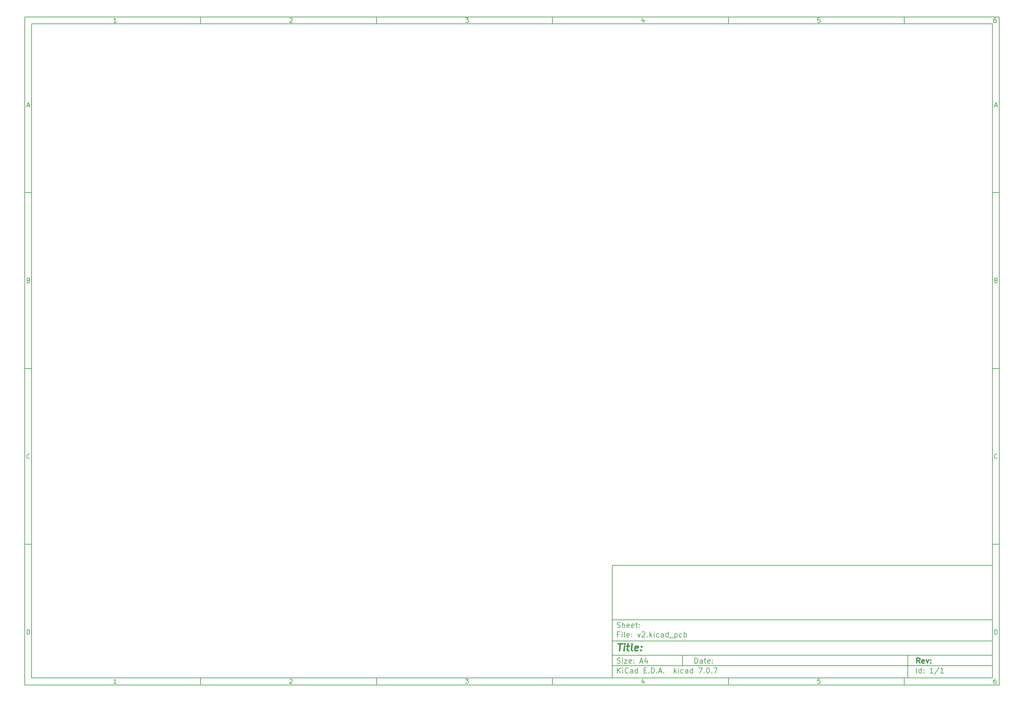
<source format=gbp>
%TF.GenerationSoftware,KiCad,Pcbnew,7.0.7*%
%TF.CreationDate,2024-09-06T13:37:17+03:00*%
%TF.ProjectId,v2,76322e6b-6963-4616-945f-706362585858,rev?*%
%TF.SameCoordinates,Original*%
%TF.FileFunction,Paste,Bot*%
%TF.FilePolarity,Positive*%
%FSLAX46Y46*%
G04 Gerber Fmt 4.6, Leading zero omitted, Abs format (unit mm)*
G04 Created by KiCad (PCBNEW 7.0.7) date 2024-09-06 13:37:17*
%MOMM*%
%LPD*%
G01*
G04 APERTURE LIST*
%ADD10C,0.100000*%
%ADD11C,0.150000*%
%ADD12C,0.300000*%
%ADD13C,0.400000*%
G04 APERTURE END LIST*
D10*
D11*
X177002200Y-166007200D02*
X285002200Y-166007200D01*
X285002200Y-198007200D01*
X177002200Y-198007200D01*
X177002200Y-166007200D01*
D10*
D11*
X10000000Y-10000000D02*
X287002200Y-10000000D01*
X287002200Y-200007200D01*
X10000000Y-200007200D01*
X10000000Y-10000000D01*
D10*
D11*
X12000000Y-12000000D02*
X285002200Y-12000000D01*
X285002200Y-198007200D01*
X12000000Y-198007200D01*
X12000000Y-12000000D01*
D10*
D11*
X60000000Y-12000000D02*
X60000000Y-10000000D01*
D10*
D11*
X110000000Y-12000000D02*
X110000000Y-10000000D01*
D10*
D11*
X160000000Y-12000000D02*
X160000000Y-10000000D01*
D10*
D11*
X210000000Y-12000000D02*
X210000000Y-10000000D01*
D10*
D11*
X260000000Y-12000000D02*
X260000000Y-10000000D01*
D10*
D11*
X36089160Y-11593604D02*
X35346303Y-11593604D01*
X35717731Y-11593604D02*
X35717731Y-10293604D01*
X35717731Y-10293604D02*
X35593922Y-10479319D01*
X35593922Y-10479319D02*
X35470112Y-10603128D01*
X35470112Y-10603128D02*
X35346303Y-10665033D01*
D10*
D11*
X85346303Y-10417414D02*
X85408207Y-10355509D01*
X85408207Y-10355509D02*
X85532017Y-10293604D01*
X85532017Y-10293604D02*
X85841541Y-10293604D01*
X85841541Y-10293604D02*
X85965350Y-10355509D01*
X85965350Y-10355509D02*
X86027255Y-10417414D01*
X86027255Y-10417414D02*
X86089160Y-10541223D01*
X86089160Y-10541223D02*
X86089160Y-10665033D01*
X86089160Y-10665033D02*
X86027255Y-10850747D01*
X86027255Y-10850747D02*
X85284398Y-11593604D01*
X85284398Y-11593604D02*
X86089160Y-11593604D01*
D10*
D11*
X135284398Y-10293604D02*
X136089160Y-10293604D01*
X136089160Y-10293604D02*
X135655826Y-10788842D01*
X135655826Y-10788842D02*
X135841541Y-10788842D01*
X135841541Y-10788842D02*
X135965350Y-10850747D01*
X135965350Y-10850747D02*
X136027255Y-10912652D01*
X136027255Y-10912652D02*
X136089160Y-11036461D01*
X136089160Y-11036461D02*
X136089160Y-11345985D01*
X136089160Y-11345985D02*
X136027255Y-11469795D01*
X136027255Y-11469795D02*
X135965350Y-11531700D01*
X135965350Y-11531700D02*
X135841541Y-11593604D01*
X135841541Y-11593604D02*
X135470112Y-11593604D01*
X135470112Y-11593604D02*
X135346303Y-11531700D01*
X135346303Y-11531700D02*
X135284398Y-11469795D01*
D10*
D11*
X185965350Y-10726938D02*
X185965350Y-11593604D01*
X185655826Y-10231700D02*
X185346303Y-11160271D01*
X185346303Y-11160271D02*
X186151064Y-11160271D01*
D10*
D11*
X236027255Y-10293604D02*
X235408207Y-10293604D01*
X235408207Y-10293604D02*
X235346303Y-10912652D01*
X235346303Y-10912652D02*
X235408207Y-10850747D01*
X235408207Y-10850747D02*
X235532017Y-10788842D01*
X235532017Y-10788842D02*
X235841541Y-10788842D01*
X235841541Y-10788842D02*
X235965350Y-10850747D01*
X235965350Y-10850747D02*
X236027255Y-10912652D01*
X236027255Y-10912652D02*
X236089160Y-11036461D01*
X236089160Y-11036461D02*
X236089160Y-11345985D01*
X236089160Y-11345985D02*
X236027255Y-11469795D01*
X236027255Y-11469795D02*
X235965350Y-11531700D01*
X235965350Y-11531700D02*
X235841541Y-11593604D01*
X235841541Y-11593604D02*
X235532017Y-11593604D01*
X235532017Y-11593604D02*
X235408207Y-11531700D01*
X235408207Y-11531700D02*
X235346303Y-11469795D01*
D10*
D11*
X285965350Y-10293604D02*
X285717731Y-10293604D01*
X285717731Y-10293604D02*
X285593922Y-10355509D01*
X285593922Y-10355509D02*
X285532017Y-10417414D01*
X285532017Y-10417414D02*
X285408207Y-10603128D01*
X285408207Y-10603128D02*
X285346303Y-10850747D01*
X285346303Y-10850747D02*
X285346303Y-11345985D01*
X285346303Y-11345985D02*
X285408207Y-11469795D01*
X285408207Y-11469795D02*
X285470112Y-11531700D01*
X285470112Y-11531700D02*
X285593922Y-11593604D01*
X285593922Y-11593604D02*
X285841541Y-11593604D01*
X285841541Y-11593604D02*
X285965350Y-11531700D01*
X285965350Y-11531700D02*
X286027255Y-11469795D01*
X286027255Y-11469795D02*
X286089160Y-11345985D01*
X286089160Y-11345985D02*
X286089160Y-11036461D01*
X286089160Y-11036461D02*
X286027255Y-10912652D01*
X286027255Y-10912652D02*
X285965350Y-10850747D01*
X285965350Y-10850747D02*
X285841541Y-10788842D01*
X285841541Y-10788842D02*
X285593922Y-10788842D01*
X285593922Y-10788842D02*
X285470112Y-10850747D01*
X285470112Y-10850747D02*
X285408207Y-10912652D01*
X285408207Y-10912652D02*
X285346303Y-11036461D01*
D10*
D11*
X60000000Y-198007200D02*
X60000000Y-200007200D01*
D10*
D11*
X110000000Y-198007200D02*
X110000000Y-200007200D01*
D10*
D11*
X160000000Y-198007200D02*
X160000000Y-200007200D01*
D10*
D11*
X210000000Y-198007200D02*
X210000000Y-200007200D01*
D10*
D11*
X260000000Y-198007200D02*
X260000000Y-200007200D01*
D10*
D11*
X36089160Y-199600804D02*
X35346303Y-199600804D01*
X35717731Y-199600804D02*
X35717731Y-198300804D01*
X35717731Y-198300804D02*
X35593922Y-198486519D01*
X35593922Y-198486519D02*
X35470112Y-198610328D01*
X35470112Y-198610328D02*
X35346303Y-198672233D01*
D10*
D11*
X85346303Y-198424614D02*
X85408207Y-198362709D01*
X85408207Y-198362709D02*
X85532017Y-198300804D01*
X85532017Y-198300804D02*
X85841541Y-198300804D01*
X85841541Y-198300804D02*
X85965350Y-198362709D01*
X85965350Y-198362709D02*
X86027255Y-198424614D01*
X86027255Y-198424614D02*
X86089160Y-198548423D01*
X86089160Y-198548423D02*
X86089160Y-198672233D01*
X86089160Y-198672233D02*
X86027255Y-198857947D01*
X86027255Y-198857947D02*
X85284398Y-199600804D01*
X85284398Y-199600804D02*
X86089160Y-199600804D01*
D10*
D11*
X135284398Y-198300804D02*
X136089160Y-198300804D01*
X136089160Y-198300804D02*
X135655826Y-198796042D01*
X135655826Y-198796042D02*
X135841541Y-198796042D01*
X135841541Y-198796042D02*
X135965350Y-198857947D01*
X135965350Y-198857947D02*
X136027255Y-198919852D01*
X136027255Y-198919852D02*
X136089160Y-199043661D01*
X136089160Y-199043661D02*
X136089160Y-199353185D01*
X136089160Y-199353185D02*
X136027255Y-199476995D01*
X136027255Y-199476995D02*
X135965350Y-199538900D01*
X135965350Y-199538900D02*
X135841541Y-199600804D01*
X135841541Y-199600804D02*
X135470112Y-199600804D01*
X135470112Y-199600804D02*
X135346303Y-199538900D01*
X135346303Y-199538900D02*
X135284398Y-199476995D01*
D10*
D11*
X185965350Y-198734138D02*
X185965350Y-199600804D01*
X185655826Y-198238900D02*
X185346303Y-199167471D01*
X185346303Y-199167471D02*
X186151064Y-199167471D01*
D10*
D11*
X236027255Y-198300804D02*
X235408207Y-198300804D01*
X235408207Y-198300804D02*
X235346303Y-198919852D01*
X235346303Y-198919852D02*
X235408207Y-198857947D01*
X235408207Y-198857947D02*
X235532017Y-198796042D01*
X235532017Y-198796042D02*
X235841541Y-198796042D01*
X235841541Y-198796042D02*
X235965350Y-198857947D01*
X235965350Y-198857947D02*
X236027255Y-198919852D01*
X236027255Y-198919852D02*
X236089160Y-199043661D01*
X236089160Y-199043661D02*
X236089160Y-199353185D01*
X236089160Y-199353185D02*
X236027255Y-199476995D01*
X236027255Y-199476995D02*
X235965350Y-199538900D01*
X235965350Y-199538900D02*
X235841541Y-199600804D01*
X235841541Y-199600804D02*
X235532017Y-199600804D01*
X235532017Y-199600804D02*
X235408207Y-199538900D01*
X235408207Y-199538900D02*
X235346303Y-199476995D01*
D10*
D11*
X285965350Y-198300804D02*
X285717731Y-198300804D01*
X285717731Y-198300804D02*
X285593922Y-198362709D01*
X285593922Y-198362709D02*
X285532017Y-198424614D01*
X285532017Y-198424614D02*
X285408207Y-198610328D01*
X285408207Y-198610328D02*
X285346303Y-198857947D01*
X285346303Y-198857947D02*
X285346303Y-199353185D01*
X285346303Y-199353185D02*
X285408207Y-199476995D01*
X285408207Y-199476995D02*
X285470112Y-199538900D01*
X285470112Y-199538900D02*
X285593922Y-199600804D01*
X285593922Y-199600804D02*
X285841541Y-199600804D01*
X285841541Y-199600804D02*
X285965350Y-199538900D01*
X285965350Y-199538900D02*
X286027255Y-199476995D01*
X286027255Y-199476995D02*
X286089160Y-199353185D01*
X286089160Y-199353185D02*
X286089160Y-199043661D01*
X286089160Y-199043661D02*
X286027255Y-198919852D01*
X286027255Y-198919852D02*
X285965350Y-198857947D01*
X285965350Y-198857947D02*
X285841541Y-198796042D01*
X285841541Y-198796042D02*
X285593922Y-198796042D01*
X285593922Y-198796042D02*
X285470112Y-198857947D01*
X285470112Y-198857947D02*
X285408207Y-198919852D01*
X285408207Y-198919852D02*
X285346303Y-199043661D01*
D10*
D11*
X10000000Y-60000000D02*
X12000000Y-60000000D01*
D10*
D11*
X10000000Y-110000000D02*
X12000000Y-110000000D01*
D10*
D11*
X10000000Y-160000000D02*
X12000000Y-160000000D01*
D10*
D11*
X10690476Y-35222176D02*
X11309523Y-35222176D01*
X10566666Y-35593604D02*
X10999999Y-34293604D01*
X10999999Y-34293604D02*
X11433333Y-35593604D01*
D10*
D11*
X11092857Y-84912652D02*
X11278571Y-84974557D01*
X11278571Y-84974557D02*
X11340476Y-85036461D01*
X11340476Y-85036461D02*
X11402380Y-85160271D01*
X11402380Y-85160271D02*
X11402380Y-85345985D01*
X11402380Y-85345985D02*
X11340476Y-85469795D01*
X11340476Y-85469795D02*
X11278571Y-85531700D01*
X11278571Y-85531700D02*
X11154761Y-85593604D01*
X11154761Y-85593604D02*
X10659523Y-85593604D01*
X10659523Y-85593604D02*
X10659523Y-84293604D01*
X10659523Y-84293604D02*
X11092857Y-84293604D01*
X11092857Y-84293604D02*
X11216666Y-84355509D01*
X11216666Y-84355509D02*
X11278571Y-84417414D01*
X11278571Y-84417414D02*
X11340476Y-84541223D01*
X11340476Y-84541223D02*
X11340476Y-84665033D01*
X11340476Y-84665033D02*
X11278571Y-84788842D01*
X11278571Y-84788842D02*
X11216666Y-84850747D01*
X11216666Y-84850747D02*
X11092857Y-84912652D01*
X11092857Y-84912652D02*
X10659523Y-84912652D01*
D10*
D11*
X11402380Y-135469795D02*
X11340476Y-135531700D01*
X11340476Y-135531700D02*
X11154761Y-135593604D01*
X11154761Y-135593604D02*
X11030952Y-135593604D01*
X11030952Y-135593604D02*
X10845238Y-135531700D01*
X10845238Y-135531700D02*
X10721428Y-135407890D01*
X10721428Y-135407890D02*
X10659523Y-135284080D01*
X10659523Y-135284080D02*
X10597619Y-135036461D01*
X10597619Y-135036461D02*
X10597619Y-134850747D01*
X10597619Y-134850747D02*
X10659523Y-134603128D01*
X10659523Y-134603128D02*
X10721428Y-134479319D01*
X10721428Y-134479319D02*
X10845238Y-134355509D01*
X10845238Y-134355509D02*
X11030952Y-134293604D01*
X11030952Y-134293604D02*
X11154761Y-134293604D01*
X11154761Y-134293604D02*
X11340476Y-134355509D01*
X11340476Y-134355509D02*
X11402380Y-134417414D01*
D10*
D11*
X10659523Y-185593604D02*
X10659523Y-184293604D01*
X10659523Y-184293604D02*
X10969047Y-184293604D01*
X10969047Y-184293604D02*
X11154761Y-184355509D01*
X11154761Y-184355509D02*
X11278571Y-184479319D01*
X11278571Y-184479319D02*
X11340476Y-184603128D01*
X11340476Y-184603128D02*
X11402380Y-184850747D01*
X11402380Y-184850747D02*
X11402380Y-185036461D01*
X11402380Y-185036461D02*
X11340476Y-185284080D01*
X11340476Y-185284080D02*
X11278571Y-185407890D01*
X11278571Y-185407890D02*
X11154761Y-185531700D01*
X11154761Y-185531700D02*
X10969047Y-185593604D01*
X10969047Y-185593604D02*
X10659523Y-185593604D01*
D10*
D11*
X287002200Y-60000000D02*
X285002200Y-60000000D01*
D10*
D11*
X287002200Y-110000000D02*
X285002200Y-110000000D01*
D10*
D11*
X287002200Y-160000000D02*
X285002200Y-160000000D01*
D10*
D11*
X285692676Y-35222176D02*
X286311723Y-35222176D01*
X285568866Y-35593604D02*
X286002199Y-34293604D01*
X286002199Y-34293604D02*
X286435533Y-35593604D01*
D10*
D11*
X286095057Y-84912652D02*
X286280771Y-84974557D01*
X286280771Y-84974557D02*
X286342676Y-85036461D01*
X286342676Y-85036461D02*
X286404580Y-85160271D01*
X286404580Y-85160271D02*
X286404580Y-85345985D01*
X286404580Y-85345985D02*
X286342676Y-85469795D01*
X286342676Y-85469795D02*
X286280771Y-85531700D01*
X286280771Y-85531700D02*
X286156961Y-85593604D01*
X286156961Y-85593604D02*
X285661723Y-85593604D01*
X285661723Y-85593604D02*
X285661723Y-84293604D01*
X285661723Y-84293604D02*
X286095057Y-84293604D01*
X286095057Y-84293604D02*
X286218866Y-84355509D01*
X286218866Y-84355509D02*
X286280771Y-84417414D01*
X286280771Y-84417414D02*
X286342676Y-84541223D01*
X286342676Y-84541223D02*
X286342676Y-84665033D01*
X286342676Y-84665033D02*
X286280771Y-84788842D01*
X286280771Y-84788842D02*
X286218866Y-84850747D01*
X286218866Y-84850747D02*
X286095057Y-84912652D01*
X286095057Y-84912652D02*
X285661723Y-84912652D01*
D10*
D11*
X286404580Y-135469795D02*
X286342676Y-135531700D01*
X286342676Y-135531700D02*
X286156961Y-135593604D01*
X286156961Y-135593604D02*
X286033152Y-135593604D01*
X286033152Y-135593604D02*
X285847438Y-135531700D01*
X285847438Y-135531700D02*
X285723628Y-135407890D01*
X285723628Y-135407890D02*
X285661723Y-135284080D01*
X285661723Y-135284080D02*
X285599819Y-135036461D01*
X285599819Y-135036461D02*
X285599819Y-134850747D01*
X285599819Y-134850747D02*
X285661723Y-134603128D01*
X285661723Y-134603128D02*
X285723628Y-134479319D01*
X285723628Y-134479319D02*
X285847438Y-134355509D01*
X285847438Y-134355509D02*
X286033152Y-134293604D01*
X286033152Y-134293604D02*
X286156961Y-134293604D01*
X286156961Y-134293604D02*
X286342676Y-134355509D01*
X286342676Y-134355509D02*
X286404580Y-134417414D01*
D10*
D11*
X285661723Y-185593604D02*
X285661723Y-184293604D01*
X285661723Y-184293604D02*
X285971247Y-184293604D01*
X285971247Y-184293604D02*
X286156961Y-184355509D01*
X286156961Y-184355509D02*
X286280771Y-184479319D01*
X286280771Y-184479319D02*
X286342676Y-184603128D01*
X286342676Y-184603128D02*
X286404580Y-184850747D01*
X286404580Y-184850747D02*
X286404580Y-185036461D01*
X286404580Y-185036461D02*
X286342676Y-185284080D01*
X286342676Y-185284080D02*
X286280771Y-185407890D01*
X286280771Y-185407890D02*
X286156961Y-185531700D01*
X286156961Y-185531700D02*
X285971247Y-185593604D01*
X285971247Y-185593604D02*
X285661723Y-185593604D01*
D10*
D11*
X200458026Y-193793328D02*
X200458026Y-192293328D01*
X200458026Y-192293328D02*
X200815169Y-192293328D01*
X200815169Y-192293328D02*
X201029455Y-192364757D01*
X201029455Y-192364757D02*
X201172312Y-192507614D01*
X201172312Y-192507614D02*
X201243741Y-192650471D01*
X201243741Y-192650471D02*
X201315169Y-192936185D01*
X201315169Y-192936185D02*
X201315169Y-193150471D01*
X201315169Y-193150471D02*
X201243741Y-193436185D01*
X201243741Y-193436185D02*
X201172312Y-193579042D01*
X201172312Y-193579042D02*
X201029455Y-193721900D01*
X201029455Y-193721900D02*
X200815169Y-193793328D01*
X200815169Y-193793328D02*
X200458026Y-193793328D01*
X202600884Y-193793328D02*
X202600884Y-193007614D01*
X202600884Y-193007614D02*
X202529455Y-192864757D01*
X202529455Y-192864757D02*
X202386598Y-192793328D01*
X202386598Y-192793328D02*
X202100884Y-192793328D01*
X202100884Y-192793328D02*
X201958026Y-192864757D01*
X202600884Y-193721900D02*
X202458026Y-193793328D01*
X202458026Y-193793328D02*
X202100884Y-193793328D01*
X202100884Y-193793328D02*
X201958026Y-193721900D01*
X201958026Y-193721900D02*
X201886598Y-193579042D01*
X201886598Y-193579042D02*
X201886598Y-193436185D01*
X201886598Y-193436185D02*
X201958026Y-193293328D01*
X201958026Y-193293328D02*
X202100884Y-193221900D01*
X202100884Y-193221900D02*
X202458026Y-193221900D01*
X202458026Y-193221900D02*
X202600884Y-193150471D01*
X203100884Y-192793328D02*
X203672312Y-192793328D01*
X203315169Y-192293328D02*
X203315169Y-193579042D01*
X203315169Y-193579042D02*
X203386598Y-193721900D01*
X203386598Y-193721900D02*
X203529455Y-193793328D01*
X203529455Y-193793328D02*
X203672312Y-193793328D01*
X204743741Y-193721900D02*
X204600884Y-193793328D01*
X204600884Y-193793328D02*
X204315170Y-193793328D01*
X204315170Y-193793328D02*
X204172312Y-193721900D01*
X204172312Y-193721900D02*
X204100884Y-193579042D01*
X204100884Y-193579042D02*
X204100884Y-193007614D01*
X204100884Y-193007614D02*
X204172312Y-192864757D01*
X204172312Y-192864757D02*
X204315170Y-192793328D01*
X204315170Y-192793328D02*
X204600884Y-192793328D01*
X204600884Y-192793328D02*
X204743741Y-192864757D01*
X204743741Y-192864757D02*
X204815170Y-193007614D01*
X204815170Y-193007614D02*
X204815170Y-193150471D01*
X204815170Y-193150471D02*
X204100884Y-193293328D01*
X205458026Y-193650471D02*
X205529455Y-193721900D01*
X205529455Y-193721900D02*
X205458026Y-193793328D01*
X205458026Y-193793328D02*
X205386598Y-193721900D01*
X205386598Y-193721900D02*
X205458026Y-193650471D01*
X205458026Y-193650471D02*
X205458026Y-193793328D01*
X205458026Y-192864757D02*
X205529455Y-192936185D01*
X205529455Y-192936185D02*
X205458026Y-193007614D01*
X205458026Y-193007614D02*
X205386598Y-192936185D01*
X205386598Y-192936185D02*
X205458026Y-192864757D01*
X205458026Y-192864757D02*
X205458026Y-193007614D01*
D10*
D11*
X177002200Y-194507200D02*
X285002200Y-194507200D01*
D10*
D11*
X178458026Y-196593328D02*
X178458026Y-195093328D01*
X179315169Y-196593328D02*
X178672312Y-195736185D01*
X179315169Y-195093328D02*
X178458026Y-195950471D01*
X179958026Y-196593328D02*
X179958026Y-195593328D01*
X179958026Y-195093328D02*
X179886598Y-195164757D01*
X179886598Y-195164757D02*
X179958026Y-195236185D01*
X179958026Y-195236185D02*
X180029455Y-195164757D01*
X180029455Y-195164757D02*
X179958026Y-195093328D01*
X179958026Y-195093328D02*
X179958026Y-195236185D01*
X181529455Y-196450471D02*
X181458027Y-196521900D01*
X181458027Y-196521900D02*
X181243741Y-196593328D01*
X181243741Y-196593328D02*
X181100884Y-196593328D01*
X181100884Y-196593328D02*
X180886598Y-196521900D01*
X180886598Y-196521900D02*
X180743741Y-196379042D01*
X180743741Y-196379042D02*
X180672312Y-196236185D01*
X180672312Y-196236185D02*
X180600884Y-195950471D01*
X180600884Y-195950471D02*
X180600884Y-195736185D01*
X180600884Y-195736185D02*
X180672312Y-195450471D01*
X180672312Y-195450471D02*
X180743741Y-195307614D01*
X180743741Y-195307614D02*
X180886598Y-195164757D01*
X180886598Y-195164757D02*
X181100884Y-195093328D01*
X181100884Y-195093328D02*
X181243741Y-195093328D01*
X181243741Y-195093328D02*
X181458027Y-195164757D01*
X181458027Y-195164757D02*
X181529455Y-195236185D01*
X182815170Y-196593328D02*
X182815170Y-195807614D01*
X182815170Y-195807614D02*
X182743741Y-195664757D01*
X182743741Y-195664757D02*
X182600884Y-195593328D01*
X182600884Y-195593328D02*
X182315170Y-195593328D01*
X182315170Y-195593328D02*
X182172312Y-195664757D01*
X182815170Y-196521900D02*
X182672312Y-196593328D01*
X182672312Y-196593328D02*
X182315170Y-196593328D01*
X182315170Y-196593328D02*
X182172312Y-196521900D01*
X182172312Y-196521900D02*
X182100884Y-196379042D01*
X182100884Y-196379042D02*
X182100884Y-196236185D01*
X182100884Y-196236185D02*
X182172312Y-196093328D01*
X182172312Y-196093328D02*
X182315170Y-196021900D01*
X182315170Y-196021900D02*
X182672312Y-196021900D01*
X182672312Y-196021900D02*
X182815170Y-195950471D01*
X184172313Y-196593328D02*
X184172313Y-195093328D01*
X184172313Y-196521900D02*
X184029455Y-196593328D01*
X184029455Y-196593328D02*
X183743741Y-196593328D01*
X183743741Y-196593328D02*
X183600884Y-196521900D01*
X183600884Y-196521900D02*
X183529455Y-196450471D01*
X183529455Y-196450471D02*
X183458027Y-196307614D01*
X183458027Y-196307614D02*
X183458027Y-195879042D01*
X183458027Y-195879042D02*
X183529455Y-195736185D01*
X183529455Y-195736185D02*
X183600884Y-195664757D01*
X183600884Y-195664757D02*
X183743741Y-195593328D01*
X183743741Y-195593328D02*
X184029455Y-195593328D01*
X184029455Y-195593328D02*
X184172313Y-195664757D01*
X186029455Y-195807614D02*
X186529455Y-195807614D01*
X186743741Y-196593328D02*
X186029455Y-196593328D01*
X186029455Y-196593328D02*
X186029455Y-195093328D01*
X186029455Y-195093328D02*
X186743741Y-195093328D01*
X187386598Y-196450471D02*
X187458027Y-196521900D01*
X187458027Y-196521900D02*
X187386598Y-196593328D01*
X187386598Y-196593328D02*
X187315170Y-196521900D01*
X187315170Y-196521900D02*
X187386598Y-196450471D01*
X187386598Y-196450471D02*
X187386598Y-196593328D01*
X188100884Y-196593328D02*
X188100884Y-195093328D01*
X188100884Y-195093328D02*
X188458027Y-195093328D01*
X188458027Y-195093328D02*
X188672313Y-195164757D01*
X188672313Y-195164757D02*
X188815170Y-195307614D01*
X188815170Y-195307614D02*
X188886599Y-195450471D01*
X188886599Y-195450471D02*
X188958027Y-195736185D01*
X188958027Y-195736185D02*
X188958027Y-195950471D01*
X188958027Y-195950471D02*
X188886599Y-196236185D01*
X188886599Y-196236185D02*
X188815170Y-196379042D01*
X188815170Y-196379042D02*
X188672313Y-196521900D01*
X188672313Y-196521900D02*
X188458027Y-196593328D01*
X188458027Y-196593328D02*
X188100884Y-196593328D01*
X189600884Y-196450471D02*
X189672313Y-196521900D01*
X189672313Y-196521900D02*
X189600884Y-196593328D01*
X189600884Y-196593328D02*
X189529456Y-196521900D01*
X189529456Y-196521900D02*
X189600884Y-196450471D01*
X189600884Y-196450471D02*
X189600884Y-196593328D01*
X190243742Y-196164757D02*
X190958028Y-196164757D01*
X190100885Y-196593328D02*
X190600885Y-195093328D01*
X190600885Y-195093328D02*
X191100885Y-196593328D01*
X191600884Y-196450471D02*
X191672313Y-196521900D01*
X191672313Y-196521900D02*
X191600884Y-196593328D01*
X191600884Y-196593328D02*
X191529456Y-196521900D01*
X191529456Y-196521900D02*
X191600884Y-196450471D01*
X191600884Y-196450471D02*
X191600884Y-196593328D01*
X194600884Y-196593328D02*
X194600884Y-195093328D01*
X194743742Y-196021900D02*
X195172313Y-196593328D01*
X195172313Y-195593328D02*
X194600884Y-196164757D01*
X195815170Y-196593328D02*
X195815170Y-195593328D01*
X195815170Y-195093328D02*
X195743742Y-195164757D01*
X195743742Y-195164757D02*
X195815170Y-195236185D01*
X195815170Y-195236185D02*
X195886599Y-195164757D01*
X195886599Y-195164757D02*
X195815170Y-195093328D01*
X195815170Y-195093328D02*
X195815170Y-195236185D01*
X197172314Y-196521900D02*
X197029456Y-196593328D01*
X197029456Y-196593328D02*
X196743742Y-196593328D01*
X196743742Y-196593328D02*
X196600885Y-196521900D01*
X196600885Y-196521900D02*
X196529456Y-196450471D01*
X196529456Y-196450471D02*
X196458028Y-196307614D01*
X196458028Y-196307614D02*
X196458028Y-195879042D01*
X196458028Y-195879042D02*
X196529456Y-195736185D01*
X196529456Y-195736185D02*
X196600885Y-195664757D01*
X196600885Y-195664757D02*
X196743742Y-195593328D01*
X196743742Y-195593328D02*
X197029456Y-195593328D01*
X197029456Y-195593328D02*
X197172314Y-195664757D01*
X198458028Y-196593328D02*
X198458028Y-195807614D01*
X198458028Y-195807614D02*
X198386599Y-195664757D01*
X198386599Y-195664757D02*
X198243742Y-195593328D01*
X198243742Y-195593328D02*
X197958028Y-195593328D01*
X197958028Y-195593328D02*
X197815170Y-195664757D01*
X198458028Y-196521900D02*
X198315170Y-196593328D01*
X198315170Y-196593328D02*
X197958028Y-196593328D01*
X197958028Y-196593328D02*
X197815170Y-196521900D01*
X197815170Y-196521900D02*
X197743742Y-196379042D01*
X197743742Y-196379042D02*
X197743742Y-196236185D01*
X197743742Y-196236185D02*
X197815170Y-196093328D01*
X197815170Y-196093328D02*
X197958028Y-196021900D01*
X197958028Y-196021900D02*
X198315170Y-196021900D01*
X198315170Y-196021900D02*
X198458028Y-195950471D01*
X199815171Y-196593328D02*
X199815171Y-195093328D01*
X199815171Y-196521900D02*
X199672313Y-196593328D01*
X199672313Y-196593328D02*
X199386599Y-196593328D01*
X199386599Y-196593328D02*
X199243742Y-196521900D01*
X199243742Y-196521900D02*
X199172313Y-196450471D01*
X199172313Y-196450471D02*
X199100885Y-196307614D01*
X199100885Y-196307614D02*
X199100885Y-195879042D01*
X199100885Y-195879042D02*
X199172313Y-195736185D01*
X199172313Y-195736185D02*
X199243742Y-195664757D01*
X199243742Y-195664757D02*
X199386599Y-195593328D01*
X199386599Y-195593328D02*
X199672313Y-195593328D01*
X199672313Y-195593328D02*
X199815171Y-195664757D01*
X201529456Y-195093328D02*
X202529456Y-195093328D01*
X202529456Y-195093328D02*
X201886599Y-196593328D01*
X203100884Y-196450471D02*
X203172313Y-196521900D01*
X203172313Y-196521900D02*
X203100884Y-196593328D01*
X203100884Y-196593328D02*
X203029456Y-196521900D01*
X203029456Y-196521900D02*
X203100884Y-196450471D01*
X203100884Y-196450471D02*
X203100884Y-196593328D01*
X204100885Y-195093328D02*
X204243742Y-195093328D01*
X204243742Y-195093328D02*
X204386599Y-195164757D01*
X204386599Y-195164757D02*
X204458028Y-195236185D01*
X204458028Y-195236185D02*
X204529456Y-195379042D01*
X204529456Y-195379042D02*
X204600885Y-195664757D01*
X204600885Y-195664757D02*
X204600885Y-196021900D01*
X204600885Y-196021900D02*
X204529456Y-196307614D01*
X204529456Y-196307614D02*
X204458028Y-196450471D01*
X204458028Y-196450471D02*
X204386599Y-196521900D01*
X204386599Y-196521900D02*
X204243742Y-196593328D01*
X204243742Y-196593328D02*
X204100885Y-196593328D01*
X204100885Y-196593328D02*
X203958028Y-196521900D01*
X203958028Y-196521900D02*
X203886599Y-196450471D01*
X203886599Y-196450471D02*
X203815170Y-196307614D01*
X203815170Y-196307614D02*
X203743742Y-196021900D01*
X203743742Y-196021900D02*
X203743742Y-195664757D01*
X203743742Y-195664757D02*
X203815170Y-195379042D01*
X203815170Y-195379042D02*
X203886599Y-195236185D01*
X203886599Y-195236185D02*
X203958028Y-195164757D01*
X203958028Y-195164757D02*
X204100885Y-195093328D01*
X205243741Y-196450471D02*
X205315170Y-196521900D01*
X205315170Y-196521900D02*
X205243741Y-196593328D01*
X205243741Y-196593328D02*
X205172313Y-196521900D01*
X205172313Y-196521900D02*
X205243741Y-196450471D01*
X205243741Y-196450471D02*
X205243741Y-196593328D01*
X205815170Y-195093328D02*
X206815170Y-195093328D01*
X206815170Y-195093328D02*
X206172313Y-196593328D01*
D10*
D11*
X177002200Y-191507200D02*
X285002200Y-191507200D01*
D10*
D12*
X264413853Y-193785528D02*
X263913853Y-193071242D01*
X263556710Y-193785528D02*
X263556710Y-192285528D01*
X263556710Y-192285528D02*
X264128139Y-192285528D01*
X264128139Y-192285528D02*
X264270996Y-192356957D01*
X264270996Y-192356957D02*
X264342425Y-192428385D01*
X264342425Y-192428385D02*
X264413853Y-192571242D01*
X264413853Y-192571242D02*
X264413853Y-192785528D01*
X264413853Y-192785528D02*
X264342425Y-192928385D01*
X264342425Y-192928385D02*
X264270996Y-192999814D01*
X264270996Y-192999814D02*
X264128139Y-193071242D01*
X264128139Y-193071242D02*
X263556710Y-193071242D01*
X265628139Y-193714100D02*
X265485282Y-193785528D01*
X265485282Y-193785528D02*
X265199568Y-193785528D01*
X265199568Y-193785528D02*
X265056710Y-193714100D01*
X265056710Y-193714100D02*
X264985282Y-193571242D01*
X264985282Y-193571242D02*
X264985282Y-192999814D01*
X264985282Y-192999814D02*
X265056710Y-192856957D01*
X265056710Y-192856957D02*
X265199568Y-192785528D01*
X265199568Y-192785528D02*
X265485282Y-192785528D01*
X265485282Y-192785528D02*
X265628139Y-192856957D01*
X265628139Y-192856957D02*
X265699568Y-192999814D01*
X265699568Y-192999814D02*
X265699568Y-193142671D01*
X265699568Y-193142671D02*
X264985282Y-193285528D01*
X266199567Y-192785528D02*
X266556710Y-193785528D01*
X266556710Y-193785528D02*
X266913853Y-192785528D01*
X267485281Y-193642671D02*
X267556710Y-193714100D01*
X267556710Y-193714100D02*
X267485281Y-193785528D01*
X267485281Y-193785528D02*
X267413853Y-193714100D01*
X267413853Y-193714100D02*
X267485281Y-193642671D01*
X267485281Y-193642671D02*
X267485281Y-193785528D01*
X267485281Y-192856957D02*
X267556710Y-192928385D01*
X267556710Y-192928385D02*
X267485281Y-192999814D01*
X267485281Y-192999814D02*
X267413853Y-192928385D01*
X267413853Y-192928385D02*
X267485281Y-192856957D01*
X267485281Y-192856957D02*
X267485281Y-192999814D01*
D10*
D11*
X178386598Y-193721900D02*
X178600884Y-193793328D01*
X178600884Y-193793328D02*
X178958026Y-193793328D01*
X178958026Y-193793328D02*
X179100884Y-193721900D01*
X179100884Y-193721900D02*
X179172312Y-193650471D01*
X179172312Y-193650471D02*
X179243741Y-193507614D01*
X179243741Y-193507614D02*
X179243741Y-193364757D01*
X179243741Y-193364757D02*
X179172312Y-193221900D01*
X179172312Y-193221900D02*
X179100884Y-193150471D01*
X179100884Y-193150471D02*
X178958026Y-193079042D01*
X178958026Y-193079042D02*
X178672312Y-193007614D01*
X178672312Y-193007614D02*
X178529455Y-192936185D01*
X178529455Y-192936185D02*
X178458026Y-192864757D01*
X178458026Y-192864757D02*
X178386598Y-192721900D01*
X178386598Y-192721900D02*
X178386598Y-192579042D01*
X178386598Y-192579042D02*
X178458026Y-192436185D01*
X178458026Y-192436185D02*
X178529455Y-192364757D01*
X178529455Y-192364757D02*
X178672312Y-192293328D01*
X178672312Y-192293328D02*
X179029455Y-192293328D01*
X179029455Y-192293328D02*
X179243741Y-192364757D01*
X179886597Y-193793328D02*
X179886597Y-192793328D01*
X179886597Y-192293328D02*
X179815169Y-192364757D01*
X179815169Y-192364757D02*
X179886597Y-192436185D01*
X179886597Y-192436185D02*
X179958026Y-192364757D01*
X179958026Y-192364757D02*
X179886597Y-192293328D01*
X179886597Y-192293328D02*
X179886597Y-192436185D01*
X180458026Y-192793328D02*
X181243741Y-192793328D01*
X181243741Y-192793328D02*
X180458026Y-193793328D01*
X180458026Y-193793328D02*
X181243741Y-193793328D01*
X182386598Y-193721900D02*
X182243741Y-193793328D01*
X182243741Y-193793328D02*
X181958027Y-193793328D01*
X181958027Y-193793328D02*
X181815169Y-193721900D01*
X181815169Y-193721900D02*
X181743741Y-193579042D01*
X181743741Y-193579042D02*
X181743741Y-193007614D01*
X181743741Y-193007614D02*
X181815169Y-192864757D01*
X181815169Y-192864757D02*
X181958027Y-192793328D01*
X181958027Y-192793328D02*
X182243741Y-192793328D01*
X182243741Y-192793328D02*
X182386598Y-192864757D01*
X182386598Y-192864757D02*
X182458027Y-193007614D01*
X182458027Y-193007614D02*
X182458027Y-193150471D01*
X182458027Y-193150471D02*
X181743741Y-193293328D01*
X183100883Y-193650471D02*
X183172312Y-193721900D01*
X183172312Y-193721900D02*
X183100883Y-193793328D01*
X183100883Y-193793328D02*
X183029455Y-193721900D01*
X183029455Y-193721900D02*
X183100883Y-193650471D01*
X183100883Y-193650471D02*
X183100883Y-193793328D01*
X183100883Y-192864757D02*
X183172312Y-192936185D01*
X183172312Y-192936185D02*
X183100883Y-193007614D01*
X183100883Y-193007614D02*
X183029455Y-192936185D01*
X183029455Y-192936185D02*
X183100883Y-192864757D01*
X183100883Y-192864757D02*
X183100883Y-193007614D01*
X184886598Y-193364757D02*
X185600884Y-193364757D01*
X184743741Y-193793328D02*
X185243741Y-192293328D01*
X185243741Y-192293328D02*
X185743741Y-193793328D01*
X186886598Y-192793328D02*
X186886598Y-193793328D01*
X186529455Y-192221900D02*
X186172312Y-193293328D01*
X186172312Y-193293328D02*
X187100883Y-193293328D01*
D10*
D11*
X263458026Y-196593328D02*
X263458026Y-195093328D01*
X264815170Y-196593328D02*
X264815170Y-195093328D01*
X264815170Y-196521900D02*
X264672312Y-196593328D01*
X264672312Y-196593328D02*
X264386598Y-196593328D01*
X264386598Y-196593328D02*
X264243741Y-196521900D01*
X264243741Y-196521900D02*
X264172312Y-196450471D01*
X264172312Y-196450471D02*
X264100884Y-196307614D01*
X264100884Y-196307614D02*
X264100884Y-195879042D01*
X264100884Y-195879042D02*
X264172312Y-195736185D01*
X264172312Y-195736185D02*
X264243741Y-195664757D01*
X264243741Y-195664757D02*
X264386598Y-195593328D01*
X264386598Y-195593328D02*
X264672312Y-195593328D01*
X264672312Y-195593328D02*
X264815170Y-195664757D01*
X265529455Y-196450471D02*
X265600884Y-196521900D01*
X265600884Y-196521900D02*
X265529455Y-196593328D01*
X265529455Y-196593328D02*
X265458027Y-196521900D01*
X265458027Y-196521900D02*
X265529455Y-196450471D01*
X265529455Y-196450471D02*
X265529455Y-196593328D01*
X265529455Y-195664757D02*
X265600884Y-195736185D01*
X265600884Y-195736185D02*
X265529455Y-195807614D01*
X265529455Y-195807614D02*
X265458027Y-195736185D01*
X265458027Y-195736185D02*
X265529455Y-195664757D01*
X265529455Y-195664757D02*
X265529455Y-195807614D01*
X268172313Y-196593328D02*
X267315170Y-196593328D01*
X267743741Y-196593328D02*
X267743741Y-195093328D01*
X267743741Y-195093328D02*
X267600884Y-195307614D01*
X267600884Y-195307614D02*
X267458027Y-195450471D01*
X267458027Y-195450471D02*
X267315170Y-195521900D01*
X269886598Y-195021900D02*
X268600884Y-196950471D01*
X271172313Y-196593328D02*
X270315170Y-196593328D01*
X270743741Y-196593328D02*
X270743741Y-195093328D01*
X270743741Y-195093328D02*
X270600884Y-195307614D01*
X270600884Y-195307614D02*
X270458027Y-195450471D01*
X270458027Y-195450471D02*
X270315170Y-195521900D01*
D10*
D11*
X177002200Y-187507200D02*
X285002200Y-187507200D01*
D10*
D13*
X178693928Y-188211638D02*
X179836785Y-188211638D01*
X179015357Y-190211638D02*
X179265357Y-188211638D01*
X180253452Y-190211638D02*
X180420119Y-188878304D01*
X180503452Y-188211638D02*
X180396309Y-188306876D01*
X180396309Y-188306876D02*
X180479643Y-188402114D01*
X180479643Y-188402114D02*
X180586786Y-188306876D01*
X180586786Y-188306876D02*
X180503452Y-188211638D01*
X180503452Y-188211638D02*
X180479643Y-188402114D01*
X181086786Y-188878304D02*
X181848690Y-188878304D01*
X181455833Y-188211638D02*
X181241548Y-189925923D01*
X181241548Y-189925923D02*
X181312976Y-190116400D01*
X181312976Y-190116400D02*
X181491548Y-190211638D01*
X181491548Y-190211638D02*
X181682024Y-190211638D01*
X182634405Y-190211638D02*
X182455833Y-190116400D01*
X182455833Y-190116400D02*
X182384405Y-189925923D01*
X182384405Y-189925923D02*
X182598690Y-188211638D01*
X184170119Y-190116400D02*
X183967738Y-190211638D01*
X183967738Y-190211638D02*
X183586785Y-190211638D01*
X183586785Y-190211638D02*
X183408214Y-190116400D01*
X183408214Y-190116400D02*
X183336785Y-189925923D01*
X183336785Y-189925923D02*
X183432024Y-189164019D01*
X183432024Y-189164019D02*
X183551071Y-188973542D01*
X183551071Y-188973542D02*
X183753452Y-188878304D01*
X183753452Y-188878304D02*
X184134404Y-188878304D01*
X184134404Y-188878304D02*
X184312976Y-188973542D01*
X184312976Y-188973542D02*
X184384404Y-189164019D01*
X184384404Y-189164019D02*
X184360595Y-189354495D01*
X184360595Y-189354495D02*
X183384404Y-189544971D01*
X185134405Y-190021161D02*
X185217738Y-190116400D01*
X185217738Y-190116400D02*
X185110595Y-190211638D01*
X185110595Y-190211638D02*
X185027262Y-190116400D01*
X185027262Y-190116400D02*
X185134405Y-190021161D01*
X185134405Y-190021161D02*
X185110595Y-190211638D01*
X185265357Y-188973542D02*
X185348690Y-189068780D01*
X185348690Y-189068780D02*
X185241548Y-189164019D01*
X185241548Y-189164019D02*
X185158214Y-189068780D01*
X185158214Y-189068780D02*
X185265357Y-188973542D01*
X185265357Y-188973542D02*
X185241548Y-189164019D01*
D10*
D11*
X178958026Y-185607614D02*
X178458026Y-185607614D01*
X178458026Y-186393328D02*
X178458026Y-184893328D01*
X178458026Y-184893328D02*
X179172312Y-184893328D01*
X179743740Y-186393328D02*
X179743740Y-185393328D01*
X179743740Y-184893328D02*
X179672312Y-184964757D01*
X179672312Y-184964757D02*
X179743740Y-185036185D01*
X179743740Y-185036185D02*
X179815169Y-184964757D01*
X179815169Y-184964757D02*
X179743740Y-184893328D01*
X179743740Y-184893328D02*
X179743740Y-185036185D01*
X180672312Y-186393328D02*
X180529455Y-186321900D01*
X180529455Y-186321900D02*
X180458026Y-186179042D01*
X180458026Y-186179042D02*
X180458026Y-184893328D01*
X181815169Y-186321900D02*
X181672312Y-186393328D01*
X181672312Y-186393328D02*
X181386598Y-186393328D01*
X181386598Y-186393328D02*
X181243740Y-186321900D01*
X181243740Y-186321900D02*
X181172312Y-186179042D01*
X181172312Y-186179042D02*
X181172312Y-185607614D01*
X181172312Y-185607614D02*
X181243740Y-185464757D01*
X181243740Y-185464757D02*
X181386598Y-185393328D01*
X181386598Y-185393328D02*
X181672312Y-185393328D01*
X181672312Y-185393328D02*
X181815169Y-185464757D01*
X181815169Y-185464757D02*
X181886598Y-185607614D01*
X181886598Y-185607614D02*
X181886598Y-185750471D01*
X181886598Y-185750471D02*
X181172312Y-185893328D01*
X182529454Y-186250471D02*
X182600883Y-186321900D01*
X182600883Y-186321900D02*
X182529454Y-186393328D01*
X182529454Y-186393328D02*
X182458026Y-186321900D01*
X182458026Y-186321900D02*
X182529454Y-186250471D01*
X182529454Y-186250471D02*
X182529454Y-186393328D01*
X182529454Y-185464757D02*
X182600883Y-185536185D01*
X182600883Y-185536185D02*
X182529454Y-185607614D01*
X182529454Y-185607614D02*
X182458026Y-185536185D01*
X182458026Y-185536185D02*
X182529454Y-185464757D01*
X182529454Y-185464757D02*
X182529454Y-185607614D01*
X184243740Y-185393328D02*
X184600883Y-186393328D01*
X184600883Y-186393328D02*
X184958026Y-185393328D01*
X185458026Y-185036185D02*
X185529454Y-184964757D01*
X185529454Y-184964757D02*
X185672312Y-184893328D01*
X185672312Y-184893328D02*
X186029454Y-184893328D01*
X186029454Y-184893328D02*
X186172312Y-184964757D01*
X186172312Y-184964757D02*
X186243740Y-185036185D01*
X186243740Y-185036185D02*
X186315169Y-185179042D01*
X186315169Y-185179042D02*
X186315169Y-185321900D01*
X186315169Y-185321900D02*
X186243740Y-185536185D01*
X186243740Y-185536185D02*
X185386597Y-186393328D01*
X185386597Y-186393328D02*
X186315169Y-186393328D01*
X186958025Y-186250471D02*
X187029454Y-186321900D01*
X187029454Y-186321900D02*
X186958025Y-186393328D01*
X186958025Y-186393328D02*
X186886597Y-186321900D01*
X186886597Y-186321900D02*
X186958025Y-186250471D01*
X186958025Y-186250471D02*
X186958025Y-186393328D01*
X187672311Y-186393328D02*
X187672311Y-184893328D01*
X187815169Y-185821900D02*
X188243740Y-186393328D01*
X188243740Y-185393328D02*
X187672311Y-185964757D01*
X188886597Y-186393328D02*
X188886597Y-185393328D01*
X188886597Y-184893328D02*
X188815169Y-184964757D01*
X188815169Y-184964757D02*
X188886597Y-185036185D01*
X188886597Y-185036185D02*
X188958026Y-184964757D01*
X188958026Y-184964757D02*
X188886597Y-184893328D01*
X188886597Y-184893328D02*
X188886597Y-185036185D01*
X190243741Y-186321900D02*
X190100883Y-186393328D01*
X190100883Y-186393328D02*
X189815169Y-186393328D01*
X189815169Y-186393328D02*
X189672312Y-186321900D01*
X189672312Y-186321900D02*
X189600883Y-186250471D01*
X189600883Y-186250471D02*
X189529455Y-186107614D01*
X189529455Y-186107614D02*
X189529455Y-185679042D01*
X189529455Y-185679042D02*
X189600883Y-185536185D01*
X189600883Y-185536185D02*
X189672312Y-185464757D01*
X189672312Y-185464757D02*
X189815169Y-185393328D01*
X189815169Y-185393328D02*
X190100883Y-185393328D01*
X190100883Y-185393328D02*
X190243741Y-185464757D01*
X191529455Y-186393328D02*
X191529455Y-185607614D01*
X191529455Y-185607614D02*
X191458026Y-185464757D01*
X191458026Y-185464757D02*
X191315169Y-185393328D01*
X191315169Y-185393328D02*
X191029455Y-185393328D01*
X191029455Y-185393328D02*
X190886597Y-185464757D01*
X191529455Y-186321900D02*
X191386597Y-186393328D01*
X191386597Y-186393328D02*
X191029455Y-186393328D01*
X191029455Y-186393328D02*
X190886597Y-186321900D01*
X190886597Y-186321900D02*
X190815169Y-186179042D01*
X190815169Y-186179042D02*
X190815169Y-186036185D01*
X190815169Y-186036185D02*
X190886597Y-185893328D01*
X190886597Y-185893328D02*
X191029455Y-185821900D01*
X191029455Y-185821900D02*
X191386597Y-185821900D01*
X191386597Y-185821900D02*
X191529455Y-185750471D01*
X192886598Y-186393328D02*
X192886598Y-184893328D01*
X192886598Y-186321900D02*
X192743740Y-186393328D01*
X192743740Y-186393328D02*
X192458026Y-186393328D01*
X192458026Y-186393328D02*
X192315169Y-186321900D01*
X192315169Y-186321900D02*
X192243740Y-186250471D01*
X192243740Y-186250471D02*
X192172312Y-186107614D01*
X192172312Y-186107614D02*
X192172312Y-185679042D01*
X192172312Y-185679042D02*
X192243740Y-185536185D01*
X192243740Y-185536185D02*
X192315169Y-185464757D01*
X192315169Y-185464757D02*
X192458026Y-185393328D01*
X192458026Y-185393328D02*
X192743740Y-185393328D01*
X192743740Y-185393328D02*
X192886598Y-185464757D01*
X193243741Y-186536185D02*
X194386598Y-186536185D01*
X194743740Y-185393328D02*
X194743740Y-186893328D01*
X194743740Y-185464757D02*
X194886598Y-185393328D01*
X194886598Y-185393328D02*
X195172312Y-185393328D01*
X195172312Y-185393328D02*
X195315169Y-185464757D01*
X195315169Y-185464757D02*
X195386598Y-185536185D01*
X195386598Y-185536185D02*
X195458026Y-185679042D01*
X195458026Y-185679042D02*
X195458026Y-186107614D01*
X195458026Y-186107614D02*
X195386598Y-186250471D01*
X195386598Y-186250471D02*
X195315169Y-186321900D01*
X195315169Y-186321900D02*
X195172312Y-186393328D01*
X195172312Y-186393328D02*
X194886598Y-186393328D01*
X194886598Y-186393328D02*
X194743740Y-186321900D01*
X196743741Y-186321900D02*
X196600883Y-186393328D01*
X196600883Y-186393328D02*
X196315169Y-186393328D01*
X196315169Y-186393328D02*
X196172312Y-186321900D01*
X196172312Y-186321900D02*
X196100883Y-186250471D01*
X196100883Y-186250471D02*
X196029455Y-186107614D01*
X196029455Y-186107614D02*
X196029455Y-185679042D01*
X196029455Y-185679042D02*
X196100883Y-185536185D01*
X196100883Y-185536185D02*
X196172312Y-185464757D01*
X196172312Y-185464757D02*
X196315169Y-185393328D01*
X196315169Y-185393328D02*
X196600883Y-185393328D01*
X196600883Y-185393328D02*
X196743741Y-185464757D01*
X197386597Y-186393328D02*
X197386597Y-184893328D01*
X197386597Y-185464757D02*
X197529455Y-185393328D01*
X197529455Y-185393328D02*
X197815169Y-185393328D01*
X197815169Y-185393328D02*
X197958026Y-185464757D01*
X197958026Y-185464757D02*
X198029455Y-185536185D01*
X198029455Y-185536185D02*
X198100883Y-185679042D01*
X198100883Y-185679042D02*
X198100883Y-186107614D01*
X198100883Y-186107614D02*
X198029455Y-186250471D01*
X198029455Y-186250471D02*
X197958026Y-186321900D01*
X197958026Y-186321900D02*
X197815169Y-186393328D01*
X197815169Y-186393328D02*
X197529455Y-186393328D01*
X197529455Y-186393328D02*
X197386597Y-186321900D01*
D10*
D11*
X177002200Y-181507200D02*
X285002200Y-181507200D01*
D10*
D11*
X178386598Y-183621900D02*
X178600884Y-183693328D01*
X178600884Y-183693328D02*
X178958026Y-183693328D01*
X178958026Y-183693328D02*
X179100884Y-183621900D01*
X179100884Y-183621900D02*
X179172312Y-183550471D01*
X179172312Y-183550471D02*
X179243741Y-183407614D01*
X179243741Y-183407614D02*
X179243741Y-183264757D01*
X179243741Y-183264757D02*
X179172312Y-183121900D01*
X179172312Y-183121900D02*
X179100884Y-183050471D01*
X179100884Y-183050471D02*
X178958026Y-182979042D01*
X178958026Y-182979042D02*
X178672312Y-182907614D01*
X178672312Y-182907614D02*
X178529455Y-182836185D01*
X178529455Y-182836185D02*
X178458026Y-182764757D01*
X178458026Y-182764757D02*
X178386598Y-182621900D01*
X178386598Y-182621900D02*
X178386598Y-182479042D01*
X178386598Y-182479042D02*
X178458026Y-182336185D01*
X178458026Y-182336185D02*
X178529455Y-182264757D01*
X178529455Y-182264757D02*
X178672312Y-182193328D01*
X178672312Y-182193328D02*
X179029455Y-182193328D01*
X179029455Y-182193328D02*
X179243741Y-182264757D01*
X179886597Y-183693328D02*
X179886597Y-182193328D01*
X180529455Y-183693328D02*
X180529455Y-182907614D01*
X180529455Y-182907614D02*
X180458026Y-182764757D01*
X180458026Y-182764757D02*
X180315169Y-182693328D01*
X180315169Y-182693328D02*
X180100883Y-182693328D01*
X180100883Y-182693328D02*
X179958026Y-182764757D01*
X179958026Y-182764757D02*
X179886597Y-182836185D01*
X181815169Y-183621900D02*
X181672312Y-183693328D01*
X181672312Y-183693328D02*
X181386598Y-183693328D01*
X181386598Y-183693328D02*
X181243740Y-183621900D01*
X181243740Y-183621900D02*
X181172312Y-183479042D01*
X181172312Y-183479042D02*
X181172312Y-182907614D01*
X181172312Y-182907614D02*
X181243740Y-182764757D01*
X181243740Y-182764757D02*
X181386598Y-182693328D01*
X181386598Y-182693328D02*
X181672312Y-182693328D01*
X181672312Y-182693328D02*
X181815169Y-182764757D01*
X181815169Y-182764757D02*
X181886598Y-182907614D01*
X181886598Y-182907614D02*
X181886598Y-183050471D01*
X181886598Y-183050471D02*
X181172312Y-183193328D01*
X183100883Y-183621900D02*
X182958026Y-183693328D01*
X182958026Y-183693328D02*
X182672312Y-183693328D01*
X182672312Y-183693328D02*
X182529454Y-183621900D01*
X182529454Y-183621900D02*
X182458026Y-183479042D01*
X182458026Y-183479042D02*
X182458026Y-182907614D01*
X182458026Y-182907614D02*
X182529454Y-182764757D01*
X182529454Y-182764757D02*
X182672312Y-182693328D01*
X182672312Y-182693328D02*
X182958026Y-182693328D01*
X182958026Y-182693328D02*
X183100883Y-182764757D01*
X183100883Y-182764757D02*
X183172312Y-182907614D01*
X183172312Y-182907614D02*
X183172312Y-183050471D01*
X183172312Y-183050471D02*
X182458026Y-183193328D01*
X183600883Y-182693328D02*
X184172311Y-182693328D01*
X183815168Y-182193328D02*
X183815168Y-183479042D01*
X183815168Y-183479042D02*
X183886597Y-183621900D01*
X183886597Y-183621900D02*
X184029454Y-183693328D01*
X184029454Y-183693328D02*
X184172311Y-183693328D01*
X184672311Y-183550471D02*
X184743740Y-183621900D01*
X184743740Y-183621900D02*
X184672311Y-183693328D01*
X184672311Y-183693328D02*
X184600883Y-183621900D01*
X184600883Y-183621900D02*
X184672311Y-183550471D01*
X184672311Y-183550471D02*
X184672311Y-183693328D01*
X184672311Y-182764757D02*
X184743740Y-182836185D01*
X184743740Y-182836185D02*
X184672311Y-182907614D01*
X184672311Y-182907614D02*
X184600883Y-182836185D01*
X184600883Y-182836185D02*
X184672311Y-182764757D01*
X184672311Y-182764757D02*
X184672311Y-182907614D01*
D10*
D12*
D10*
D11*
D10*
D11*
D10*
D11*
D10*
D11*
D10*
D11*
X197002200Y-191507200D02*
X197002200Y-194507200D01*
D10*
D11*
X261002200Y-191507200D02*
X261002200Y-198007200D01*
M02*

</source>
